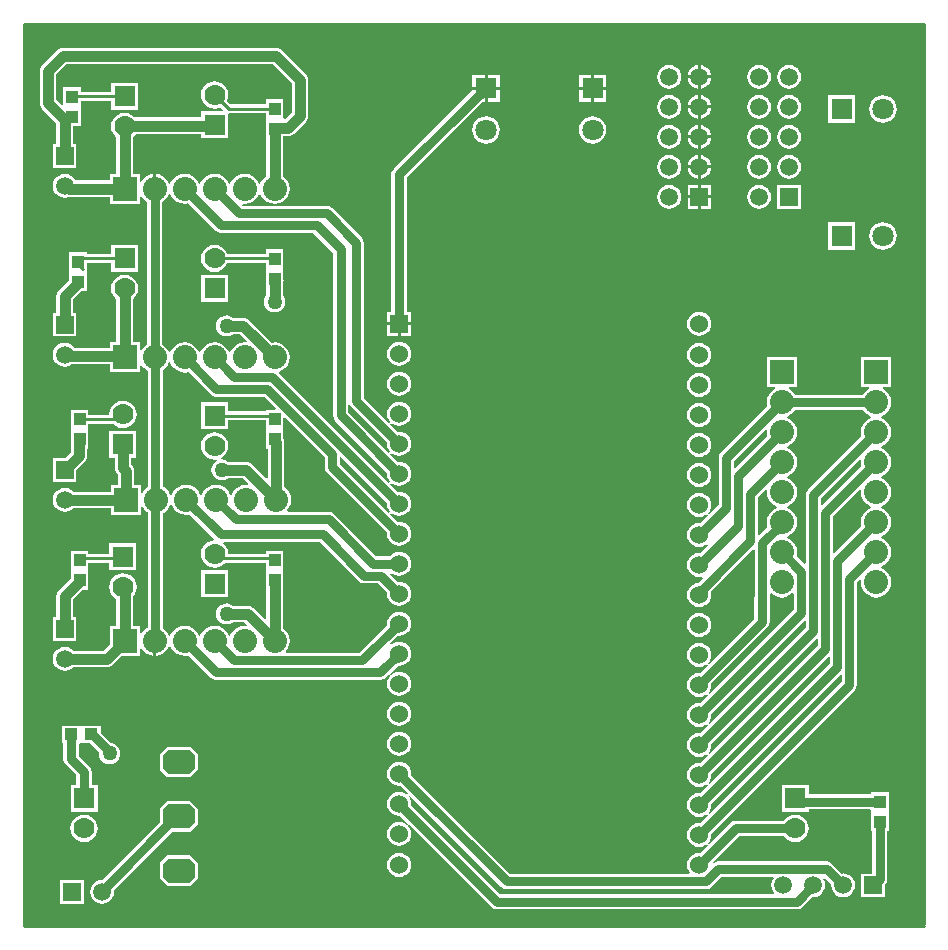
<source format=gtl>
G04*
G04 #@! TF.GenerationSoftware,Altium Limited,Altium Designer,20.2.6 (244)*
G04*
G04 Layer_Physical_Order=1*
G04 Layer_Color=255*
%FSLAX24Y24*%
%MOIN*%
G70*
G04*
G04 #@! TF.SameCoordinates,77C3D9E4-3DCC-4DBA-A965-D733CA2DE3AA*
G04*
G04*
G04 #@! TF.FilePolarity,Positive*
G04*
G01*
G75*
%ADD10C,0.0100*%
%ADD14R,0.0394X0.0433*%
%ADD15R,0.0433X0.0394*%
%ADD33C,0.0300*%
%ADD34C,0.0350*%
%ADD35C,0.0700*%
%ADD36R,0.0700X0.0700*%
%ADD37R,0.0591X0.0591*%
%ADD38C,0.0591*%
%ADD39R,0.0800X0.0800*%
%ADD40C,0.0800*%
%ADD41R,0.0800X0.0800*%
%ADD42R,0.0709X0.0709*%
%ADD43C,0.0709*%
%ADD44R,0.0591X0.0591*%
%ADD45R,0.0709X0.0709*%
G04:AMPARAMS|DCode=46|XSize=106.3mil|YSize=82.7mil|CornerRadius=0mil|HoleSize=0mil|Usage=FLASHONLY|Rotation=0.000|XOffset=0mil|YOffset=0mil|HoleType=Round|Shape=Octagon|*
%AMOCTAGOND46*
4,1,8,0.0531,-0.0207,0.0531,0.0207,0.0325,0.0413,-0.0325,0.0413,-0.0531,0.0207,-0.0531,-0.0207,-0.0325,-0.0413,0.0325,-0.0413,0.0531,-0.0207,0.0*
%
%ADD46OCTAGOND46*%

%ADD47C,0.0600*%
%ADD48R,0.0600X0.0600*%
%ADD49C,0.0500*%
G36*
X40050Y19800D02*
X10050D01*
Y49850D01*
X40050D01*
Y19800D01*
D02*
G37*
%LPC*%
G36*
X32611Y48492D02*
Y48150D01*
X32953D01*
X32946Y48203D01*
X32906Y48299D01*
X32843Y48382D01*
X32760Y48445D01*
X32664Y48485D01*
X32611Y48492D01*
D02*
G37*
G36*
X32511D02*
X32457Y48485D01*
X32361Y48445D01*
X32279Y48382D01*
X32215Y48299D01*
X32176Y48203D01*
X32169Y48150D01*
X32511D01*
Y48492D01*
D02*
G37*
G36*
X29454Y48169D02*
X29050D01*
Y47764D01*
X29454D01*
Y48169D01*
D02*
G37*
G36*
X25904D02*
X25500D01*
Y47764D01*
X25904D01*
Y48169D01*
D02*
G37*
G36*
X28950D02*
X28546D01*
Y47764D01*
X28950D01*
Y48169D01*
D02*
G37*
G36*
X25400D02*
X24996D01*
Y47764D01*
X25400D01*
Y48169D01*
D02*
G37*
G36*
X32953Y48050D02*
X32611D01*
Y47708D01*
X32664Y47715D01*
X32760Y47755D01*
X32843Y47818D01*
X32906Y47901D01*
X32946Y47997D01*
X32953Y48050D01*
D02*
G37*
G36*
X32511D02*
X32169D01*
X32176Y47997D01*
X32215Y47901D01*
X32279Y47818D01*
X32361Y47755D01*
X32457Y47715D01*
X32511Y47708D01*
Y48050D01*
D02*
G37*
G36*
X35550Y48499D02*
X35447Y48485D01*
X35351Y48445D01*
X35268Y48382D01*
X35205Y48299D01*
X35165Y48203D01*
X35151Y48100D01*
X35165Y47997D01*
X35205Y47901D01*
X35268Y47818D01*
X35351Y47755D01*
X35447Y47715D01*
X35550Y47701D01*
X35653Y47715D01*
X35749Y47755D01*
X35832Y47818D01*
X35895Y47901D01*
X35935Y47997D01*
X35949Y48100D01*
X35935Y48203D01*
X35895Y48299D01*
X35832Y48382D01*
X35749Y48445D01*
X35653Y48485D01*
X35550Y48499D01*
D02*
G37*
G36*
X34550D02*
X34447Y48485D01*
X34351Y48445D01*
X34268Y48382D01*
X34205Y48299D01*
X34165Y48203D01*
X34151Y48100D01*
X34165Y47997D01*
X34205Y47901D01*
X34268Y47818D01*
X34351Y47755D01*
X34447Y47715D01*
X34550Y47701D01*
X34653Y47715D01*
X34749Y47755D01*
X34832Y47818D01*
X34895Y47901D01*
X34935Y47997D01*
X34949Y48100D01*
X34935Y48203D01*
X34895Y48299D01*
X34832Y48382D01*
X34749Y48445D01*
X34653Y48485D01*
X34550Y48499D01*
D02*
G37*
G36*
X31561D02*
X31457Y48485D01*
X31361Y48445D01*
X31279Y48382D01*
X31215Y48299D01*
X31176Y48203D01*
X31162Y48100D01*
X31176Y47997D01*
X31215Y47901D01*
X31279Y47818D01*
X31361Y47755D01*
X31457Y47715D01*
X31561Y47701D01*
X31664Y47715D01*
X31760Y47755D01*
X31843Y47818D01*
X31906Y47901D01*
X31946Y47997D01*
X31959Y48100D01*
X31946Y48203D01*
X31906Y48299D01*
X31843Y48382D01*
X31760Y48445D01*
X31664Y48485D01*
X31561Y48499D01*
D02*
G37*
G36*
X29454Y47664D02*
X29050D01*
Y47260D01*
X29454D01*
Y47664D01*
D02*
G37*
G36*
X28950D02*
X28546D01*
Y47260D01*
X28950D01*
Y47664D01*
D02*
G37*
G36*
X25904D02*
X25500D01*
Y47260D01*
X25904D01*
Y47664D01*
D02*
G37*
G36*
X32611Y47492D02*
Y47150D01*
X32953D01*
X32946Y47203D01*
X32906Y47299D01*
X32843Y47382D01*
X32760Y47445D01*
X32664Y47485D01*
X32611Y47492D01*
D02*
G37*
G36*
X32511D02*
X32457Y47485D01*
X32361Y47445D01*
X32279Y47382D01*
X32215Y47299D01*
X32176Y47203D01*
X32169Y47150D01*
X32511D01*
Y47492D01*
D02*
G37*
G36*
X32953Y47050D02*
X32611D01*
Y46708D01*
X32664Y46715D01*
X32760Y46755D01*
X32843Y46818D01*
X32906Y46901D01*
X32946Y46997D01*
X32953Y47050D01*
D02*
G37*
G36*
X32511D02*
X32169D01*
X32176Y46997D01*
X32215Y46901D01*
X32279Y46818D01*
X32361Y46755D01*
X32457Y46715D01*
X32511Y46708D01*
Y47050D01*
D02*
G37*
G36*
X35550Y47499D02*
X35447Y47485D01*
X35351Y47445D01*
X35268Y47382D01*
X35205Y47299D01*
X35165Y47203D01*
X35151Y47100D01*
X35165Y46997D01*
X35205Y46901D01*
X35268Y46818D01*
X35351Y46755D01*
X35447Y46715D01*
X35550Y46701D01*
X35653Y46715D01*
X35749Y46755D01*
X35832Y46818D01*
X35895Y46901D01*
X35935Y46997D01*
X35949Y47100D01*
X35935Y47203D01*
X35895Y47299D01*
X35832Y47382D01*
X35749Y47445D01*
X35653Y47485D01*
X35550Y47499D01*
D02*
G37*
G36*
X34550D02*
X34447Y47485D01*
X34351Y47445D01*
X34268Y47382D01*
X34205Y47299D01*
X34165Y47203D01*
X34151Y47100D01*
X34165Y46997D01*
X34205Y46901D01*
X34268Y46818D01*
X34351Y46755D01*
X34447Y46715D01*
X34550Y46701D01*
X34653Y46715D01*
X34749Y46755D01*
X34832Y46818D01*
X34895Y46901D01*
X34935Y46997D01*
X34949Y47100D01*
X34935Y47203D01*
X34895Y47299D01*
X34832Y47382D01*
X34749Y47445D01*
X34653Y47485D01*
X34550Y47499D01*
D02*
G37*
G36*
X31561D02*
X31457Y47485D01*
X31361Y47445D01*
X31279Y47382D01*
X31215Y47299D01*
X31176Y47203D01*
X31162Y47100D01*
X31176Y46997D01*
X31215Y46901D01*
X31279Y46818D01*
X31361Y46755D01*
X31457Y46715D01*
X31561Y46701D01*
X31664Y46715D01*
X31760Y46755D01*
X31843Y46818D01*
X31906Y46901D01*
X31946Y46997D01*
X31959Y47100D01*
X31946Y47203D01*
X31906Y47299D01*
X31843Y47382D01*
X31760Y47445D01*
X31664Y47485D01*
X31561Y47499D01*
D02*
G37*
G36*
X18450Y49077D02*
X11350D01*
X11278Y49068D01*
X11211Y49040D01*
X11154Y48996D01*
X10654Y48496D01*
X10610Y48439D01*
X10582Y48372D01*
X10573Y48300D01*
Y47218D01*
X10582Y47147D01*
X10610Y47080D01*
X10654Y47022D01*
X11123Y46554D01*
Y45862D01*
X11005D01*
Y45071D01*
X11795D01*
Y45862D01*
X11677D01*
Y46449D01*
X11947D01*
Y47068D01*
X11947Y47082D01*
Y47118D01*
X11947Y47132D01*
Y47297D01*
X12950D01*
Y47000D01*
X13850D01*
Y47900D01*
X12950D01*
Y47603D01*
X11947D01*
Y47751D01*
X11353D01*
Y47178D01*
X11303Y47158D01*
X11127Y47333D01*
Y48185D01*
X11465Y48523D01*
X18335D01*
X18973Y47885D01*
Y46915D01*
X18742Y46684D01*
X18733D01*
X18697Y46718D01*
Y47351D01*
X18103D01*
Y47188D01*
X16929D01*
X16808Y47309D01*
X16838Y47383D01*
X16854Y47500D01*
X16838Y47617D01*
X16793Y47727D01*
X16721Y47821D01*
X16627Y47893D01*
X16517Y47938D01*
X16400Y47954D01*
X16283Y47938D01*
X16173Y47893D01*
X16079Y47821D01*
X16007Y47727D01*
X15962Y47617D01*
X15946Y47500D01*
X15962Y47383D01*
X16007Y47273D01*
X16079Y47179D01*
X16173Y47107D01*
X16283Y47062D01*
X16400Y47046D01*
X16517Y47062D01*
X16591Y47092D01*
X16688Y46996D01*
X16668Y46950D01*
X15950D01*
Y46752D01*
X13735D01*
X13721Y46771D01*
X13627Y46843D01*
X13517Y46888D01*
X13400Y46904D01*
X13283Y46888D01*
X13173Y46843D01*
X13079Y46771D01*
X13007Y46677D01*
X12962Y46567D01*
X12946Y46450D01*
X12962Y46333D01*
X13007Y46223D01*
X13079Y46129D01*
X13123Y46096D01*
Y44874D01*
X12900D01*
Y44652D01*
X11751D01*
X11745Y44666D01*
X11682Y44749D01*
X11599Y44812D01*
X11503Y44852D01*
X11400Y44865D01*
X11297Y44852D01*
X11201Y44812D01*
X11118Y44749D01*
X11055Y44666D01*
X11015Y44570D01*
X11001Y44467D01*
X11015Y44364D01*
X11055Y44267D01*
X11118Y44185D01*
X11201Y44121D01*
X11297Y44082D01*
X11400Y44068D01*
X11503Y44082D01*
X11544Y44099D01*
X11558Y44097D01*
X12900D01*
Y43874D01*
X13900D01*
Y44144D01*
X13950Y44154D01*
X13963Y44122D01*
X14043Y44018D01*
X14145Y43940D01*
Y39185D01*
X14043Y39107D01*
X13963Y39002D01*
X13950Y38970D01*
X13900Y38980D01*
Y39250D01*
X13677D01*
Y40696D01*
X13721Y40729D01*
X13793Y40823D01*
X13838Y40933D01*
X13854Y41050D01*
X13838Y41167D01*
X13793Y41277D01*
X13721Y41371D01*
X13627Y41443D01*
X13517Y41488D01*
X13400Y41504D01*
X13283Y41488D01*
X13173Y41443D01*
X13079Y41371D01*
X13007Y41277D01*
X12962Y41167D01*
X12946Y41050D01*
X12962Y40933D01*
X13007Y40823D01*
X13079Y40729D01*
X13123Y40696D01*
Y39250D01*
X12900D01*
Y39074D01*
X11721D01*
X11682Y39124D01*
X11599Y39188D01*
X11503Y39228D01*
X11400Y39241D01*
X11297Y39228D01*
X11201Y39188D01*
X11118Y39124D01*
X11055Y39042D01*
X11015Y38946D01*
X11001Y38842D01*
X11015Y38739D01*
X11055Y38643D01*
X11118Y38560D01*
X11201Y38497D01*
X11297Y38457D01*
X11400Y38444D01*
X11503Y38457D01*
X11599Y38497D01*
X11628Y38519D01*
X12900D01*
Y38250D01*
X13900D01*
Y38520D01*
X13950Y38530D01*
X13963Y38498D01*
X14043Y38393D01*
X14148Y38313D01*
X14170Y38304D01*
Y34415D01*
X14093Y34357D01*
X14013Y34252D01*
X14000Y34220D01*
X13950Y34230D01*
Y34500D01*
X13727D01*
Y34963D01*
X13718Y35035D01*
X13690Y35102D01*
X13646Y35159D01*
X13622Y35183D01*
Y35400D01*
X13795D01*
Y36300D01*
X12895D01*
Y35400D01*
X13068D01*
Y35068D01*
X13077Y34996D01*
X13105Y34929D01*
X13149Y34872D01*
X13173Y34848D01*
Y34500D01*
X12950D01*
Y34277D01*
X11685D01*
X11682Y34282D01*
X11599Y34345D01*
X11503Y34385D01*
X11400Y34399D01*
X11297Y34385D01*
X11201Y34345D01*
X11118Y34282D01*
X11055Y34199D01*
X11015Y34103D01*
X11001Y34000D01*
X11015Y33897D01*
X11055Y33801D01*
X11118Y33718D01*
X11201Y33655D01*
X11297Y33615D01*
X11400Y33601D01*
X11503Y33615D01*
X11599Y33655D01*
X11682Y33718D01*
X11685Y33723D01*
X12950D01*
Y33500D01*
X13950D01*
Y33770D01*
X14000Y33780D01*
X14013Y33748D01*
X14093Y33643D01*
X14170Y33585D01*
Y29746D01*
X14148Y29737D01*
X14043Y29657D01*
X13963Y29552D01*
X13950Y29520D01*
X13900Y29530D01*
Y29800D01*
X13677D01*
Y30791D01*
X13738Y30870D01*
X13783Y30979D01*
X13799Y31097D01*
X13783Y31214D01*
X13738Y31324D01*
X13666Y31418D01*
X13572Y31490D01*
X13462Y31535D01*
X13345Y31551D01*
X13227Y31535D01*
X13118Y31490D01*
X13024Y31418D01*
X12952Y31324D01*
X12906Y31214D01*
X12891Y31097D01*
X12906Y30979D01*
X12952Y30870D01*
X13024Y30776D01*
X13118Y30704D01*
X13123Y30702D01*
Y29800D01*
X12900D01*
Y29192D01*
X12685Y28977D01*
X11685D01*
X11682Y28982D01*
X11599Y29045D01*
X11503Y29085D01*
X11400Y29099D01*
X11297Y29085D01*
X11201Y29045D01*
X11118Y28982D01*
X11055Y28899D01*
X11015Y28803D01*
X11001Y28700D01*
X11015Y28597D01*
X11055Y28501D01*
X11118Y28418D01*
X11201Y28355D01*
X11297Y28315D01*
X11400Y28301D01*
X11503Y28315D01*
X11599Y28355D01*
X11682Y28418D01*
X11685Y28423D01*
X12800D01*
X12872Y28432D01*
X12939Y28460D01*
X12996Y28504D01*
X13292Y28800D01*
X13900D01*
Y29070D01*
X13950Y29080D01*
X13963Y29048D01*
X14043Y28943D01*
X14148Y28863D01*
X14269Y28813D01*
X14350Y28802D01*
Y29300D01*
X14450D01*
Y28802D01*
X14531Y28813D01*
X14652Y28863D01*
X14757Y28943D01*
X14837Y29048D01*
X14873Y29135D01*
X14927D01*
X14963Y29048D01*
X15043Y28943D01*
X15148Y28863D01*
X15269Y28813D01*
X15400Y28796D01*
X15527Y28812D01*
X16270Y28070D01*
X16352Y28015D01*
X16450Y27995D01*
X21930D01*
X22028Y28015D01*
X22110Y28070D01*
X22221Y28181D01*
X22259Y28148D01*
X22241Y28125D01*
X22201Y28072D01*
X22160Y27974D01*
X22147Y27870D01*
X22160Y27766D01*
X22201Y27668D01*
X22265Y27585D01*
X22348Y27521D01*
X22446Y27480D01*
X22550Y27467D01*
X22654Y27480D01*
X22752Y27521D01*
X22835Y27585D01*
X22899Y27668D01*
X22940Y27766D01*
X22953Y27870D01*
X22940Y27974D01*
X22899Y28072D01*
X22835Y28155D01*
X22752Y28219D01*
X22654Y28260D01*
X22550Y28273D01*
X22446Y28260D01*
X22348Y28219D01*
X22295Y28179D01*
X22272Y28161D01*
X22239Y28199D01*
X22512Y28472D01*
X22550Y28467D01*
X22654Y28480D01*
X22752Y28521D01*
X22835Y28585D01*
X22899Y28668D01*
X22940Y28766D01*
X22953Y28870D01*
X22940Y28974D01*
X22899Y29072D01*
X22835Y29155D01*
X22752Y29219D01*
X22654Y29260D01*
X22550Y29273D01*
X22446Y29260D01*
X22348Y29219D01*
X22304Y29186D01*
X22275Y29196D01*
X22256Y29212D01*
X22257Y29216D01*
X22512Y29472D01*
X22550Y29467D01*
X22654Y29480D01*
X22752Y29521D01*
X22835Y29585D01*
X22899Y29668D01*
X22940Y29766D01*
X22953Y29870D01*
X22940Y29974D01*
X22899Y30072D01*
X22835Y30155D01*
X22752Y30219D01*
X22654Y30260D01*
X22550Y30273D01*
X22446Y30260D01*
X22348Y30219D01*
X22265Y30155D01*
X22201Y30072D01*
X22160Y29974D01*
X22147Y29870D01*
X22152Y29832D01*
X21224Y28905D01*
X18782D01*
X18765Y28955D01*
X18837Y29048D01*
X18887Y29169D01*
X18904Y29300D01*
X18887Y29431D01*
X18837Y29552D01*
X18757Y29657D01*
X18677Y29717D01*
Y30999D01*
X18697D01*
Y31632D01*
X18697D01*
Y31668D01*
X18697D01*
Y32301D01*
X18103D01*
Y32203D01*
X16853D01*
X16838Y32317D01*
X16793Y32427D01*
X16721Y32521D01*
X16689Y32545D01*
X16706Y32595D01*
X19894D01*
X21200Y31290D01*
X21282Y31235D01*
X21380Y31215D01*
X21844D01*
X22152Y30908D01*
X22147Y30870D01*
X22160Y30766D01*
X22201Y30668D01*
X22265Y30585D01*
X22348Y30521D01*
X22446Y30480D01*
X22550Y30467D01*
X22654Y30480D01*
X22752Y30521D01*
X22835Y30585D01*
X22899Y30668D01*
X22940Y30766D01*
X22953Y30870D01*
X22940Y30974D01*
X22899Y31072D01*
X22835Y31155D01*
X22752Y31219D01*
X22654Y31260D01*
X22550Y31273D01*
X22512Y31268D01*
X22239Y31541D01*
X22272Y31579D01*
X22348Y31521D01*
X22446Y31480D01*
X22550Y31467D01*
X22654Y31480D01*
X22752Y31521D01*
X22835Y31585D01*
X22899Y31668D01*
X22940Y31766D01*
X22953Y31870D01*
X22940Y31974D01*
X22899Y32072D01*
X22835Y32155D01*
X22752Y32219D01*
X22654Y32260D01*
X22550Y32273D01*
X22446Y32260D01*
X22348Y32219D01*
X22265Y32155D01*
X22241Y32125D01*
X21786D01*
X20380Y33530D01*
X20298Y33586D01*
X20200Y33605D01*
X18832D01*
X18815Y33655D01*
X18887Y33748D01*
X18937Y33869D01*
X18954Y34000D01*
X18937Y34131D01*
X18887Y34252D01*
X18807Y34357D01*
X18727Y34417D01*
Y35946D01*
X18718Y36017D01*
X18697Y36068D01*
Y36332D01*
X18697D01*
Y36368D01*
X18697D01*
Y36729D01*
X18743Y36748D01*
X20067Y35424D01*
Y35098D01*
X20087Y35000D01*
X20142Y34918D01*
X22152Y32908D01*
X22147Y32870D01*
X22160Y32766D01*
X22201Y32668D01*
X22265Y32585D01*
X22348Y32521D01*
X22446Y32480D01*
X22550Y32467D01*
X22654Y32480D01*
X22752Y32521D01*
X22835Y32585D01*
X22899Y32668D01*
X22940Y32766D01*
X22953Y32870D01*
X22940Y32974D01*
X22899Y33072D01*
X22835Y33155D01*
X22752Y33219D01*
X22654Y33260D01*
X22550Y33273D01*
X22512Y33268D01*
X22257Y33524D01*
X22256Y33528D01*
X22275Y33544D01*
X22304Y33554D01*
X22348Y33521D01*
X22446Y33480D01*
X22550Y33467D01*
X22654Y33480D01*
X22752Y33521D01*
X22835Y33585D01*
X22899Y33668D01*
X22940Y33766D01*
X22953Y33870D01*
X22940Y33974D01*
X22899Y34072D01*
X22835Y34155D01*
X22752Y34219D01*
X22654Y34260D01*
X22550Y34273D01*
X22512Y34268D01*
X22257Y34524D01*
X22256Y34528D01*
X22275Y34544D01*
X22304Y34554D01*
X22348Y34521D01*
X22446Y34480D01*
X22550Y34467D01*
X22654Y34480D01*
X22752Y34521D01*
X22835Y34585D01*
X22899Y34668D01*
X22940Y34766D01*
X22953Y34870D01*
X22940Y34974D01*
X22899Y35072D01*
X22835Y35155D01*
X22752Y35219D01*
X22654Y35260D01*
X22550Y35273D01*
X22512Y35268D01*
X22257Y35524D01*
X22256Y35528D01*
X22275Y35544D01*
X22304Y35554D01*
X22348Y35521D01*
X22446Y35480D01*
X22550Y35467D01*
X22654Y35480D01*
X22752Y35521D01*
X22835Y35585D01*
X22899Y35668D01*
X22940Y35766D01*
X22953Y35870D01*
X22940Y35974D01*
X22899Y36072D01*
X22835Y36155D01*
X22752Y36219D01*
X22654Y36260D01*
X22550Y36273D01*
X22512Y36268D01*
X22239Y36541D01*
X22272Y36579D01*
X22295Y36561D01*
X22348Y36521D01*
X22446Y36480D01*
X22550Y36467D01*
X22654Y36480D01*
X22752Y36521D01*
X22835Y36585D01*
X22899Y36668D01*
X22940Y36766D01*
X22953Y36870D01*
X22940Y36974D01*
X22899Y37072D01*
X22835Y37155D01*
X22752Y37219D01*
X22654Y37260D01*
X22550Y37273D01*
X22446Y37260D01*
X22348Y37219D01*
X22265Y37155D01*
X22201Y37072D01*
X22160Y36974D01*
X22147Y36870D01*
X22160Y36766D01*
X22201Y36668D01*
X22241Y36615D01*
X22259Y36592D01*
X22221Y36559D01*
X21380Y37401D01*
Y42575D01*
X21360Y42673D01*
X21305Y42755D01*
X20330Y43730D01*
X20248Y43786D01*
X20150Y43805D01*
X17341D01*
X17322Y43830D01*
X17349Y43877D01*
X17400Y43870D01*
X17531Y43887D01*
X17652Y43938D01*
X17757Y44018D01*
X17837Y44122D01*
X17873Y44210D01*
X17927D01*
X17963Y44122D01*
X18043Y44018D01*
X18148Y43938D01*
X18269Y43887D01*
X18400Y43870D01*
X18531Y43887D01*
X18652Y43938D01*
X18757Y44018D01*
X18837Y44122D01*
X18887Y44244D01*
X18904Y44374D01*
X18887Y44505D01*
X18837Y44626D01*
X18757Y44731D01*
X18677Y44792D01*
Y46049D01*
X18697D01*
Y46130D01*
X18857D01*
X18929Y46139D01*
X18996Y46167D01*
X19053Y46211D01*
X19446Y46604D01*
X19490Y46661D01*
X19518Y46728D01*
X19527Y46800D01*
Y48000D01*
X19518Y48072D01*
X19490Y48139D01*
X19446Y48196D01*
X18646Y48996D01*
X18589Y49040D01*
X18522Y49068D01*
X18450Y49077D01*
D02*
G37*
G36*
X37754Y47480D02*
X36846D01*
Y46571D01*
X37754D01*
Y47480D01*
D02*
G37*
G36*
X38678Y47483D02*
X38559Y47468D01*
X38449Y47422D01*
X38354Y47349D01*
X38281Y47254D01*
X38235Y47144D01*
X38220Y47025D01*
X38235Y46907D01*
X38281Y46796D01*
X38354Y46701D01*
X38449Y46628D01*
X38559Y46583D01*
X38678Y46567D01*
X38797Y46583D01*
X38907Y46628D01*
X39002Y46701D01*
X39075Y46796D01*
X39121Y46907D01*
X39136Y47025D01*
X39121Y47144D01*
X39075Y47254D01*
X39002Y47349D01*
X38907Y47422D01*
X38797Y47468D01*
X38678Y47483D01*
D02*
G37*
G36*
X32611Y46492D02*
Y46150D01*
X32953D01*
X32946Y46203D01*
X32906Y46299D01*
X32843Y46382D01*
X32760Y46445D01*
X32664Y46485D01*
X32611Y46492D01*
D02*
G37*
G36*
X32511D02*
X32457Y46485D01*
X32361Y46445D01*
X32279Y46382D01*
X32215Y46299D01*
X32176Y46203D01*
X32169Y46150D01*
X32511D01*
Y46492D01*
D02*
G37*
G36*
X29000Y46794D02*
X28881Y46779D01*
X28771Y46733D01*
X28676Y46660D01*
X28603Y46565D01*
X28557Y46455D01*
X28542Y46336D01*
X28557Y46218D01*
X28603Y46107D01*
X28676Y46012D01*
X28771Y45939D01*
X28881Y45894D01*
X29000Y45878D01*
X29119Y45894D01*
X29229Y45939D01*
X29324Y46012D01*
X29397Y46107D01*
X29443Y46218D01*
X29458Y46336D01*
X29443Y46455D01*
X29397Y46565D01*
X29324Y46660D01*
X29229Y46733D01*
X29119Y46779D01*
X29000Y46794D01*
D02*
G37*
G36*
X25450D02*
X25331Y46779D01*
X25221Y46733D01*
X25126Y46660D01*
X25053Y46565D01*
X25007Y46455D01*
X24992Y46336D01*
X25007Y46218D01*
X25053Y46107D01*
X25126Y46012D01*
X25221Y45939D01*
X25331Y45894D01*
X25450Y45878D01*
X25569Y45894D01*
X25679Y45939D01*
X25774Y46012D01*
X25847Y46107D01*
X25893Y46218D01*
X25908Y46336D01*
X25893Y46455D01*
X25847Y46565D01*
X25774Y46660D01*
X25679Y46733D01*
X25569Y46779D01*
X25450Y46794D01*
D02*
G37*
G36*
X32953Y46050D02*
X32611D01*
Y45708D01*
X32664Y45715D01*
X32760Y45755D01*
X32843Y45818D01*
X32906Y45901D01*
X32946Y45997D01*
X32953Y46050D01*
D02*
G37*
G36*
X32511D02*
X32169D01*
X32176Y45997D01*
X32215Y45901D01*
X32279Y45818D01*
X32361Y45755D01*
X32457Y45715D01*
X32511Y45708D01*
Y46050D01*
D02*
G37*
G36*
X35550Y46499D02*
X35447Y46485D01*
X35351Y46445D01*
X35268Y46382D01*
X35205Y46299D01*
X35165Y46203D01*
X35151Y46100D01*
X35165Y45997D01*
X35205Y45901D01*
X35268Y45818D01*
X35351Y45755D01*
X35447Y45715D01*
X35550Y45701D01*
X35653Y45715D01*
X35749Y45755D01*
X35832Y45818D01*
X35895Y45901D01*
X35935Y45997D01*
X35949Y46100D01*
X35935Y46203D01*
X35895Y46299D01*
X35832Y46382D01*
X35749Y46445D01*
X35653Y46485D01*
X35550Y46499D01*
D02*
G37*
G36*
X34550D02*
X34447Y46485D01*
X34351Y46445D01*
X34268Y46382D01*
X34205Y46299D01*
X34165Y46203D01*
X34151Y46100D01*
X34165Y45997D01*
X34205Y45901D01*
X34268Y45818D01*
X34351Y45755D01*
X34447Y45715D01*
X34550Y45701D01*
X34653Y45715D01*
X34749Y45755D01*
X34832Y45818D01*
X34895Y45901D01*
X34935Y45997D01*
X34949Y46100D01*
X34935Y46203D01*
X34895Y46299D01*
X34832Y46382D01*
X34749Y46445D01*
X34653Y46485D01*
X34550Y46499D01*
D02*
G37*
G36*
X31561D02*
X31457Y46485D01*
X31361Y46445D01*
X31279Y46382D01*
X31215Y46299D01*
X31176Y46203D01*
X31162Y46100D01*
X31176Y45997D01*
X31215Y45901D01*
X31279Y45818D01*
X31361Y45755D01*
X31457Y45715D01*
X31561Y45701D01*
X31664Y45715D01*
X31760Y45755D01*
X31843Y45818D01*
X31906Y45901D01*
X31946Y45997D01*
X31959Y46100D01*
X31946Y46203D01*
X31906Y46299D01*
X31843Y46382D01*
X31760Y46445D01*
X31664Y46485D01*
X31561Y46499D01*
D02*
G37*
G36*
X32611Y45492D02*
Y45150D01*
X32953D01*
X32946Y45203D01*
X32906Y45299D01*
X32843Y45382D01*
X32760Y45445D01*
X32664Y45485D01*
X32611Y45492D01*
D02*
G37*
G36*
X32511D02*
X32457Y45485D01*
X32361Y45445D01*
X32279Y45382D01*
X32215Y45299D01*
X32176Y45203D01*
X32169Y45150D01*
X32511D01*
Y45492D01*
D02*
G37*
G36*
X32953Y45050D02*
X32611D01*
Y44708D01*
X32664Y44715D01*
X32760Y44755D01*
X32843Y44818D01*
X32906Y44901D01*
X32946Y44997D01*
X32953Y45050D01*
D02*
G37*
G36*
X32511D02*
X32169D01*
X32176Y44997D01*
X32215Y44901D01*
X32279Y44818D01*
X32361Y44755D01*
X32457Y44715D01*
X32511Y44708D01*
Y45050D01*
D02*
G37*
G36*
X35550Y45499D02*
X35447Y45485D01*
X35351Y45445D01*
X35268Y45382D01*
X35205Y45299D01*
X35165Y45203D01*
X35151Y45100D01*
X35165Y44997D01*
X35205Y44901D01*
X35268Y44818D01*
X35351Y44755D01*
X35447Y44715D01*
X35550Y44701D01*
X35653Y44715D01*
X35749Y44755D01*
X35832Y44818D01*
X35895Y44901D01*
X35935Y44997D01*
X35949Y45100D01*
X35935Y45203D01*
X35895Y45299D01*
X35832Y45382D01*
X35749Y45445D01*
X35653Y45485D01*
X35550Y45499D01*
D02*
G37*
G36*
X34550D02*
X34447Y45485D01*
X34351Y45445D01*
X34268Y45382D01*
X34205Y45299D01*
X34165Y45203D01*
X34151Y45100D01*
X34165Y44997D01*
X34205Y44901D01*
X34268Y44818D01*
X34351Y44755D01*
X34447Y44715D01*
X34550Y44701D01*
X34653Y44715D01*
X34749Y44755D01*
X34832Y44818D01*
X34895Y44901D01*
X34935Y44997D01*
X34949Y45100D01*
X34935Y45203D01*
X34895Y45299D01*
X34832Y45382D01*
X34749Y45445D01*
X34653Y45485D01*
X34550Y45499D01*
D02*
G37*
G36*
X31561D02*
X31457Y45485D01*
X31361Y45445D01*
X31279Y45382D01*
X31215Y45299D01*
X31176Y45203D01*
X31162Y45100D01*
X31176Y44997D01*
X31215Y44901D01*
X31279Y44818D01*
X31361Y44755D01*
X31457Y44715D01*
X31561Y44701D01*
X31664Y44715D01*
X31760Y44755D01*
X31843Y44818D01*
X31906Y44901D01*
X31946Y44997D01*
X31959Y45100D01*
X31946Y45203D01*
X31906Y45299D01*
X31843Y45382D01*
X31760Y45445D01*
X31664Y45485D01*
X31561Y45499D01*
D02*
G37*
G36*
X32956Y44495D02*
X32611D01*
Y44150D01*
X32956D01*
Y44495D01*
D02*
G37*
G36*
X32511D02*
X32165D01*
Y44150D01*
X32511D01*
Y44495D01*
D02*
G37*
G36*
X35945D02*
X35155D01*
Y43705D01*
X35945D01*
Y44495D01*
D02*
G37*
G36*
X32956Y44050D02*
X32611D01*
Y43705D01*
X32956D01*
Y44050D01*
D02*
G37*
G36*
X32511D02*
X32165D01*
Y43705D01*
X32511D01*
Y44050D01*
D02*
G37*
G36*
X34550Y44499D02*
X34447Y44485D01*
X34351Y44445D01*
X34268Y44382D01*
X34205Y44299D01*
X34165Y44203D01*
X34151Y44100D01*
X34165Y43997D01*
X34205Y43901D01*
X34268Y43818D01*
X34351Y43755D01*
X34447Y43715D01*
X34550Y43701D01*
X34653Y43715D01*
X34749Y43755D01*
X34832Y43818D01*
X34895Y43901D01*
X34935Y43997D01*
X34949Y44100D01*
X34935Y44203D01*
X34895Y44299D01*
X34832Y44382D01*
X34749Y44445D01*
X34653Y44485D01*
X34550Y44499D01*
D02*
G37*
G36*
X31561D02*
X31457Y44485D01*
X31361Y44445D01*
X31279Y44382D01*
X31215Y44299D01*
X31176Y44203D01*
X31162Y44100D01*
X31176Y43997D01*
X31215Y43901D01*
X31279Y43818D01*
X31361Y43755D01*
X31457Y43715D01*
X31561Y43701D01*
X31664Y43715D01*
X31760Y43755D01*
X31843Y43818D01*
X31906Y43901D01*
X31946Y43997D01*
X31959Y44100D01*
X31946Y44203D01*
X31906Y44299D01*
X31843Y44382D01*
X31760Y44445D01*
X31664Y44485D01*
X31561Y44499D01*
D02*
G37*
G36*
X37754Y43254D02*
X36846D01*
Y42346D01*
X37754D01*
Y43254D01*
D02*
G37*
G36*
X38678Y43258D02*
X38559Y43243D01*
X38449Y43197D01*
X38354Y43124D01*
X38281Y43029D01*
X38235Y42919D01*
X38220Y42800D01*
X38235Y42681D01*
X38281Y42571D01*
X38354Y42476D01*
X38449Y42403D01*
X38559Y42357D01*
X38678Y42342D01*
X38797Y42357D01*
X38907Y42403D01*
X39002Y42476D01*
X39075Y42571D01*
X39121Y42681D01*
X39136Y42800D01*
X39121Y42919D01*
X39075Y43029D01*
X39002Y43124D01*
X38907Y43197D01*
X38797Y43243D01*
X38678Y43258D01*
D02*
G37*
G36*
X13850Y42500D02*
X12950D01*
Y42203D01*
X12147D01*
Y42251D01*
X11553D01*
Y41632D01*
X11553Y41618D01*
X11553D01*
Y41582D01*
X11553D01*
Y41341D01*
X11204Y40992D01*
X11160Y40934D01*
X11132Y40867D01*
X11123Y40796D01*
Y40238D01*
X11005D01*
Y39447D01*
X11795D01*
Y40238D01*
X11677D01*
Y40681D01*
X11945Y40949D01*
X12147D01*
Y41582D01*
X12147D01*
X12147Y41618D01*
X12150Y41667D01*
X12153Y41683D01*
Y41702D01*
X12147Y41732D01*
Y41897D01*
X12950D01*
Y41600D01*
X13850D01*
Y42500D01*
D02*
G37*
G36*
X25400Y47664D02*
X24994D01*
X22370Y45040D01*
X22315Y44957D01*
X22295Y44859D01*
Y40270D01*
X22150D01*
Y39920D01*
X22950D01*
Y40270D01*
X22805D01*
Y44754D01*
X25311Y47260D01*
X25400D01*
Y47664D01*
D02*
G37*
G36*
X22950Y39820D02*
X22600D01*
Y39470D01*
X22950D01*
Y39820D01*
D02*
G37*
G36*
X22500D02*
X22150D01*
Y39470D01*
X22500D01*
Y39820D01*
D02*
G37*
G36*
X32550Y40273D02*
X32446Y40260D01*
X32348Y40219D01*
X32265Y40155D01*
X32201Y40072D01*
X32160Y39974D01*
X32147Y39870D01*
X32160Y39766D01*
X32201Y39668D01*
X32265Y39585D01*
X32348Y39521D01*
X32446Y39480D01*
X32550Y39467D01*
X32654Y39480D01*
X32752Y39521D01*
X32835Y39585D01*
X32899Y39668D01*
X32940Y39766D01*
X32953Y39870D01*
X32940Y39974D01*
X32899Y40072D01*
X32835Y40155D01*
X32752Y40219D01*
X32654Y40260D01*
X32550Y40273D01*
D02*
G37*
G36*
X22550Y39273D02*
X22446Y39260D01*
X22348Y39219D01*
X22265Y39155D01*
X22201Y39072D01*
X22160Y38974D01*
X22147Y38870D01*
X22160Y38766D01*
X22201Y38668D01*
X22265Y38585D01*
X22348Y38521D01*
X22446Y38480D01*
X22550Y38467D01*
X22654Y38480D01*
X22752Y38521D01*
X22835Y38585D01*
X22899Y38668D01*
X22940Y38766D01*
X22953Y38870D01*
X22940Y38974D01*
X22899Y39072D01*
X22835Y39155D01*
X22752Y39219D01*
X22654Y39260D01*
X22550Y39273D01*
D02*
G37*
G36*
X32550Y39233D02*
X32446Y39220D01*
X32348Y39179D01*
X32265Y39115D01*
X32201Y39032D01*
X32160Y38934D01*
X32147Y38830D01*
X32160Y38726D01*
X32201Y38628D01*
X32265Y38545D01*
X32348Y38481D01*
X32446Y38440D01*
X32550Y38427D01*
X32654Y38440D01*
X32752Y38481D01*
X32835Y38545D01*
X32899Y38628D01*
X32940Y38726D01*
X32953Y38830D01*
X32940Y38934D01*
X32899Y39032D01*
X32835Y39115D01*
X32752Y39179D01*
X32654Y39220D01*
X32550Y39233D01*
D02*
G37*
G36*
X38950Y38750D02*
X37950D01*
Y37750D01*
X38220D01*
X38230Y37700D01*
X38198Y37687D01*
X38093Y37607D01*
X38015Y37505D01*
X35745D01*
X35667Y37607D01*
X35563Y37687D01*
X35531Y37700D01*
X35541Y37750D01*
X35811D01*
Y38750D01*
X34811D01*
Y37750D01*
X35081D01*
X35090Y37700D01*
X35058Y37687D01*
X34954Y37607D01*
X34874Y37502D01*
X34824Y37381D01*
X34806Y37250D01*
X34823Y37123D01*
X33282Y35582D01*
X33227Y35499D01*
X33207Y35401D01*
Y33848D01*
X32879Y33519D01*
X32841Y33552D01*
X32859Y33575D01*
X32899Y33628D01*
X32940Y33726D01*
X32953Y33830D01*
X32940Y33934D01*
X32899Y34032D01*
X32835Y34115D01*
X32752Y34179D01*
X32654Y34220D01*
X32550Y34233D01*
X32446Y34220D01*
X32348Y34179D01*
X32265Y34115D01*
X32201Y34032D01*
X32160Y33934D01*
X32147Y33830D01*
X32160Y33726D01*
X32201Y33628D01*
X32265Y33545D01*
X32348Y33481D01*
X32446Y33440D01*
X32550Y33427D01*
X32654Y33440D01*
X32752Y33481D01*
X32805Y33521D01*
X32828Y33539D01*
X32861Y33501D01*
X32588Y33228D01*
X32550Y33233D01*
X32446Y33220D01*
X32348Y33179D01*
X32265Y33115D01*
X32201Y33032D01*
X32160Y32934D01*
X32147Y32830D01*
X32160Y32726D01*
X32201Y32628D01*
X32265Y32545D01*
X32348Y32481D01*
X32446Y32440D01*
X32550Y32427D01*
X32654Y32440D01*
X32752Y32481D01*
X32796Y32514D01*
X32825Y32504D01*
X32844Y32488D01*
X32843Y32484D01*
X32588Y32228D01*
X32550Y32233D01*
X32446Y32220D01*
X32348Y32179D01*
X32265Y32115D01*
X32201Y32032D01*
X32160Y31934D01*
X32147Y31830D01*
X32160Y31726D01*
X32201Y31628D01*
X32265Y31545D01*
X32348Y31481D01*
X32446Y31440D01*
X32550Y31427D01*
X32647Y31439D01*
X32661Y31423D01*
X32672Y31394D01*
X32506Y31228D01*
X32446Y31220D01*
X32348Y31179D01*
X32265Y31115D01*
X32201Y31032D01*
X32160Y30934D01*
X32147Y30830D01*
X32160Y30726D01*
X32201Y30628D01*
X32265Y30545D01*
X32348Y30481D01*
X32446Y30440D01*
X32550Y30427D01*
X32654Y30440D01*
X32752Y30481D01*
X32835Y30545D01*
X32899Y30628D01*
X32940Y30726D01*
X32953Y30830D01*
X32940Y30934D01*
X32938Y30939D01*
X34360Y32360D01*
X34406Y32341D01*
Y30803D01*
X34395Y30750D01*
Y30036D01*
X32879Y28519D01*
X32841Y28552D01*
X32859Y28575D01*
X32899Y28628D01*
X32940Y28726D01*
X32953Y28830D01*
X32940Y28934D01*
X32899Y29032D01*
X32835Y29115D01*
X32752Y29179D01*
X32654Y29220D01*
X32550Y29233D01*
X32446Y29220D01*
X32348Y29179D01*
X32265Y29115D01*
X32201Y29032D01*
X32160Y28934D01*
X32147Y28830D01*
X32160Y28726D01*
X32201Y28628D01*
X32265Y28545D01*
X32348Y28481D01*
X32446Y28440D01*
X32550Y28427D01*
X32654Y28440D01*
X32752Y28481D01*
X32805Y28521D01*
X32828Y28539D01*
X32861Y28501D01*
X32588Y28228D01*
X32550Y28233D01*
X32446Y28220D01*
X32348Y28179D01*
X32265Y28115D01*
X32201Y28032D01*
X32160Y27934D01*
X32147Y27830D01*
X32160Y27726D01*
X32201Y27628D01*
X32265Y27545D01*
X32348Y27481D01*
X32446Y27440D01*
X32550Y27427D01*
X32654Y27440D01*
X32752Y27481D01*
X32796Y27514D01*
X32825Y27504D01*
X32844Y27488D01*
X32843Y27484D01*
X32588Y27228D01*
X32550Y27233D01*
X32446Y27220D01*
X32348Y27179D01*
X32265Y27115D01*
X32201Y27032D01*
X32160Y26934D01*
X32147Y26830D01*
X32160Y26726D01*
X32201Y26628D01*
X32265Y26545D01*
X32348Y26481D01*
X32446Y26440D01*
X32550Y26427D01*
X32654Y26440D01*
X32752Y26481D01*
X32796Y26514D01*
X32825Y26504D01*
X32844Y26488D01*
X32843Y26484D01*
X32588Y26228D01*
X32550Y26233D01*
X32446Y26220D01*
X32348Y26179D01*
X32265Y26115D01*
X32201Y26032D01*
X32160Y25934D01*
X32147Y25830D01*
X32160Y25726D01*
X32201Y25628D01*
X32265Y25545D01*
X32348Y25481D01*
X32446Y25440D01*
X32550Y25427D01*
X32654Y25440D01*
X32752Y25481D01*
X32796Y25514D01*
X32825Y25504D01*
X32844Y25488D01*
X32843Y25484D01*
X32588Y25228D01*
X32550Y25233D01*
X32446Y25220D01*
X32348Y25179D01*
X32265Y25115D01*
X32201Y25032D01*
X32160Y24934D01*
X32147Y24830D01*
X32160Y24726D01*
X32201Y24628D01*
X32265Y24545D01*
X32348Y24481D01*
X32446Y24440D01*
X32550Y24427D01*
X32654Y24440D01*
X32752Y24481D01*
X32796Y24514D01*
X32825Y24504D01*
X32844Y24488D01*
X32843Y24484D01*
X32588Y24228D01*
X32550Y24233D01*
X32446Y24220D01*
X32348Y24179D01*
X32265Y24115D01*
X32201Y24032D01*
X32160Y23934D01*
X32147Y23830D01*
X32160Y23726D01*
X32201Y23628D01*
X32265Y23545D01*
X32348Y23481D01*
X32446Y23440D01*
X32550Y23427D01*
X32654Y23440D01*
X32752Y23481D01*
X32796Y23514D01*
X32825Y23504D01*
X32844Y23488D01*
X32843Y23484D01*
X32588Y23228D01*
X32550Y23233D01*
X32446Y23220D01*
X32348Y23179D01*
X32265Y23115D01*
X32201Y23032D01*
X32160Y22934D01*
X32147Y22830D01*
X32160Y22726D01*
X32201Y22628D01*
X32265Y22545D01*
X32348Y22481D01*
X32446Y22440D01*
X32550Y22427D01*
X32654Y22440D01*
X32752Y22481D01*
X32805Y22521D01*
X32828Y22539D01*
X32861Y22501D01*
X32588Y22228D01*
X32550Y22233D01*
X32446Y22220D01*
X32348Y22179D01*
X32265Y22115D01*
X32201Y22032D01*
X32160Y21934D01*
X32147Y21830D01*
X32160Y21726D01*
X32201Y21628D01*
X32234Y21585D01*
X32209Y21535D01*
X26246D01*
X22948Y24832D01*
X22953Y24870D01*
X22940Y24974D01*
X22899Y25072D01*
X22835Y25155D01*
X22752Y25219D01*
X22654Y25260D01*
X22550Y25273D01*
X22446Y25260D01*
X22348Y25219D01*
X22265Y25155D01*
X22201Y25072D01*
X22160Y24974D01*
X22147Y24870D01*
X22160Y24766D01*
X22201Y24668D01*
X22265Y24585D01*
X22348Y24521D01*
X22446Y24480D01*
X22550Y24467D01*
X22588Y24472D01*
X22843Y24216D01*
X22844Y24212D01*
X22825Y24196D01*
X22796Y24186D01*
X22752Y24219D01*
X22654Y24260D01*
X22550Y24273D01*
X22446Y24260D01*
X22348Y24219D01*
X22265Y24155D01*
X22201Y24072D01*
X22160Y23974D01*
X22147Y23870D01*
X22160Y23766D01*
X22201Y23668D01*
X22265Y23585D01*
X22348Y23521D01*
X22446Y23480D01*
X22550Y23467D01*
X22588Y23472D01*
X22861Y23199D01*
X22828Y23161D01*
X22805Y23179D01*
X22752Y23219D01*
X22654Y23260D01*
X22550Y23273D01*
X22446Y23260D01*
X22348Y23219D01*
X22265Y23155D01*
X22201Y23072D01*
X22160Y22974D01*
X22147Y22870D01*
X22160Y22766D01*
X22201Y22668D01*
X22265Y22585D01*
X22348Y22521D01*
X22446Y22480D01*
X22550Y22467D01*
X22654Y22480D01*
X22752Y22521D01*
X22835Y22585D01*
X22899Y22668D01*
X22940Y22766D01*
X22953Y22870D01*
X22940Y22974D01*
X22899Y23072D01*
X22859Y23125D01*
X22841Y23148D01*
X22879Y23181D01*
X25635Y20424D01*
X25718Y20369D01*
X25815Y20350D01*
X35805D01*
X35902Y20369D01*
X35985Y20424D01*
X36316Y20756D01*
X36350Y20751D01*
X36453Y20765D01*
X36549Y20805D01*
X36632Y20868D01*
X36695Y20951D01*
X36735Y21047D01*
X36749Y21150D01*
X36735Y21253D01*
X36695Y21349D01*
X36692Y21353D01*
X36714Y21408D01*
X36729Y21410D01*
X36956Y21184D01*
X36951Y21150D01*
X36965Y21047D01*
X37005Y20951D01*
X37068Y20868D01*
X37151Y20805D01*
X37247Y20765D01*
X37350Y20751D01*
X37453Y20765D01*
X37549Y20805D01*
X37632Y20868D01*
X37695Y20951D01*
X37735Y21047D01*
X37749Y21150D01*
X37735Y21253D01*
X37695Y21349D01*
X37632Y21432D01*
X37549Y21495D01*
X37453Y21535D01*
X37350Y21549D01*
X37316Y21544D01*
X36985Y21876D01*
X36902Y21931D01*
X36805Y21950D01*
X33193D01*
X33096Y21931D01*
X33055Y21903D01*
X33023Y21942D01*
X33876Y22795D01*
X35378D01*
X35429Y22729D01*
X35523Y22657D01*
X35633Y22612D01*
X35750Y22596D01*
X35867Y22612D01*
X35977Y22657D01*
X36071Y22729D01*
X36143Y22823D01*
X36188Y22933D01*
X36204Y23050D01*
X36188Y23167D01*
X36143Y23277D01*
X36071Y23371D01*
X35977Y23443D01*
X35867Y23488D01*
X35750Y23504D01*
X35633Y23488D01*
X35523Y23443D01*
X35429Y23371D01*
X35378Y23305D01*
X33770D01*
X33672Y23286D01*
X33590Y23230D01*
X32879Y22519D01*
X32841Y22552D01*
X32859Y22575D01*
X32899Y22628D01*
X32940Y22726D01*
X32953Y22830D01*
X32948Y22868D01*
X37741Y27660D01*
X37796Y27743D01*
X37816Y27841D01*
Y31255D01*
X37908Y31348D01*
X37955Y31324D01*
X37946Y31250D01*
X37963Y31119D01*
X38013Y30998D01*
X38093Y30893D01*
X38198Y30813D01*
X38319Y30763D01*
X38450Y30746D01*
X38581Y30763D01*
X38702Y30813D01*
X38807Y30893D01*
X38887Y30998D01*
X38937Y31119D01*
X38954Y31250D01*
X38937Y31381D01*
X38887Y31502D01*
X38807Y31607D01*
X38702Y31687D01*
X38615Y31723D01*
Y31777D01*
X38702Y31813D01*
X38807Y31893D01*
X38887Y31998D01*
X38937Y32119D01*
X38954Y32250D01*
X38937Y32381D01*
X38887Y32502D01*
X38807Y32607D01*
X38702Y32687D01*
X38615Y32723D01*
Y32777D01*
X38702Y32813D01*
X38807Y32893D01*
X38887Y32998D01*
X38937Y33119D01*
X38954Y33250D01*
X38937Y33381D01*
X38887Y33502D01*
X38807Y33607D01*
X38702Y33687D01*
X38615Y33723D01*
Y33777D01*
X38702Y33813D01*
X38807Y33893D01*
X38887Y33998D01*
X38937Y34119D01*
X38954Y34250D01*
X38937Y34381D01*
X38887Y34502D01*
X38807Y34607D01*
X38702Y34687D01*
X38615Y34723D01*
Y34777D01*
X38702Y34813D01*
X38807Y34893D01*
X38887Y34998D01*
X38937Y35119D01*
X38954Y35250D01*
X38937Y35381D01*
X38887Y35502D01*
X38807Y35607D01*
X38702Y35687D01*
X38615Y35723D01*
Y35777D01*
X38702Y35813D01*
X38807Y35893D01*
X38887Y35998D01*
X38937Y36119D01*
X38954Y36250D01*
X38937Y36381D01*
X38887Y36502D01*
X38807Y36607D01*
X38702Y36687D01*
X38615Y36723D01*
Y36777D01*
X38702Y36813D01*
X38807Y36893D01*
X38887Y36998D01*
X38937Y37119D01*
X38954Y37250D01*
X38937Y37381D01*
X38887Y37502D01*
X38807Y37607D01*
X38702Y37687D01*
X38670Y37700D01*
X38680Y37750D01*
X38950D01*
Y38750D01*
D02*
G37*
G36*
X22550Y38273D02*
X22446Y38260D01*
X22348Y38219D01*
X22265Y38155D01*
X22201Y38072D01*
X22160Y37974D01*
X22147Y37870D01*
X22160Y37766D01*
X22201Y37668D01*
X22265Y37585D01*
X22348Y37521D01*
X22446Y37480D01*
X22550Y37467D01*
X22654Y37480D01*
X22752Y37521D01*
X22835Y37585D01*
X22899Y37668D01*
X22940Y37766D01*
X22953Y37870D01*
X22940Y37974D01*
X22899Y38072D01*
X22835Y38155D01*
X22752Y38219D01*
X22654Y38260D01*
X22550Y38273D01*
D02*
G37*
G36*
X32550Y38233D02*
X32446Y38220D01*
X32348Y38179D01*
X32265Y38115D01*
X32201Y38032D01*
X32160Y37934D01*
X32147Y37830D01*
X32160Y37726D01*
X32201Y37628D01*
X32265Y37545D01*
X32348Y37481D01*
X32446Y37440D01*
X32550Y37427D01*
X32654Y37440D01*
X32752Y37481D01*
X32835Y37545D01*
X32899Y37628D01*
X32940Y37726D01*
X32953Y37830D01*
X32940Y37934D01*
X32899Y38032D01*
X32835Y38115D01*
X32752Y38179D01*
X32654Y38220D01*
X32550Y38233D01*
D02*
G37*
G36*
X13345Y37304D02*
X13227Y37288D01*
X13118Y37243D01*
X13024Y37171D01*
X12952Y37077D01*
X12906Y36967D01*
X12891Y36850D01*
X12880Y36838D01*
X12197D01*
Y37001D01*
X11603D01*
Y36382D01*
X11603Y36368D01*
Y36332D01*
X11603Y36318D01*
Y36012D01*
X11601Y35993D01*
Y35593D01*
X11403Y35395D01*
X11005D01*
Y34605D01*
X11795D01*
Y35003D01*
X12074Y35282D01*
X12118Y35339D01*
X12146Y35406D01*
X12156Y35478D01*
Y35699D01*
X12197D01*
Y36318D01*
X12197Y36332D01*
Y36368D01*
X12197Y36382D01*
Y36532D01*
X13022D01*
X13024Y36529D01*
X13118Y36457D01*
X13227Y36412D01*
X13345Y36396D01*
X13462Y36412D01*
X13572Y36457D01*
X13666Y36529D01*
X13738Y36623D01*
X13783Y36733D01*
X13799Y36850D01*
X13783Y36967D01*
X13738Y37077D01*
X13666Y37171D01*
X13572Y37243D01*
X13462Y37288D01*
X13345Y37304D01*
D02*
G37*
G36*
X32550Y37233D02*
X32446Y37220D01*
X32348Y37179D01*
X32265Y37115D01*
X32201Y37032D01*
X32160Y36934D01*
X32147Y36830D01*
X32160Y36726D01*
X32201Y36628D01*
X32265Y36545D01*
X32348Y36481D01*
X32446Y36440D01*
X32550Y36427D01*
X32654Y36440D01*
X32752Y36481D01*
X32835Y36545D01*
X32899Y36628D01*
X32940Y36726D01*
X32953Y36830D01*
X32940Y36934D01*
X32899Y37032D01*
X32835Y37115D01*
X32752Y37179D01*
X32654Y37220D01*
X32550Y37233D01*
D02*
G37*
G36*
Y36233D02*
X32446Y36220D01*
X32348Y36179D01*
X32265Y36115D01*
X32201Y36032D01*
X32160Y35934D01*
X32147Y35830D01*
X32160Y35726D01*
X32201Y35628D01*
X32265Y35545D01*
X32348Y35481D01*
X32446Y35440D01*
X32550Y35427D01*
X32654Y35440D01*
X32752Y35481D01*
X32835Y35545D01*
X32899Y35628D01*
X32940Y35726D01*
X32953Y35830D01*
X32940Y35934D01*
X32899Y36032D01*
X32835Y36115D01*
X32752Y36179D01*
X32654Y36220D01*
X32550Y36233D01*
D02*
G37*
G36*
Y35233D02*
X32446Y35220D01*
X32348Y35179D01*
X32265Y35115D01*
X32201Y35032D01*
X32160Y34934D01*
X32147Y34830D01*
X32160Y34726D01*
X32201Y34628D01*
X32265Y34545D01*
X32348Y34481D01*
X32446Y34440D01*
X32550Y34427D01*
X32654Y34440D01*
X32752Y34481D01*
X32835Y34545D01*
X32899Y34628D01*
X32940Y34726D01*
X32953Y34830D01*
X32940Y34934D01*
X32899Y35032D01*
X32835Y35115D01*
X32752Y35179D01*
X32654Y35220D01*
X32550Y35233D01*
D02*
G37*
G36*
X13795Y32547D02*
X12895D01*
Y32203D01*
X12197D01*
Y32301D01*
X11603D01*
Y31682D01*
X11603Y31668D01*
Y31632D01*
X11603Y31618D01*
Y31391D01*
X11204Y30992D01*
X11160Y30934D01*
X11132Y30867D01*
X11123Y30796D01*
Y30095D01*
X11005D01*
Y29305D01*
X11795D01*
Y30095D01*
X11677D01*
Y30681D01*
X11995Y30999D01*
X12197D01*
Y31618D01*
X12197Y31632D01*
Y31668D01*
X12197Y31682D01*
Y31897D01*
X12895D01*
Y31647D01*
X13795D01*
Y32547D01*
D02*
G37*
G36*
X32550Y30233D02*
X32446Y30220D01*
X32348Y30179D01*
X32265Y30115D01*
X32201Y30032D01*
X32160Y29934D01*
X32147Y29830D01*
X32160Y29726D01*
X32201Y29628D01*
X32265Y29545D01*
X32348Y29481D01*
X32446Y29440D01*
X32550Y29427D01*
X32654Y29440D01*
X32752Y29481D01*
X32835Y29545D01*
X32899Y29628D01*
X32940Y29726D01*
X32953Y29830D01*
X32940Y29934D01*
X32899Y30032D01*
X32835Y30115D01*
X32752Y30179D01*
X32654Y30220D01*
X32550Y30233D01*
D02*
G37*
G36*
X22550Y27273D02*
X22446Y27260D01*
X22348Y27219D01*
X22265Y27155D01*
X22201Y27072D01*
X22160Y26974D01*
X22147Y26870D01*
X22160Y26766D01*
X22201Y26668D01*
X22265Y26585D01*
X22348Y26521D01*
X22446Y26480D01*
X22550Y26467D01*
X22654Y26480D01*
X22752Y26521D01*
X22835Y26585D01*
X22899Y26668D01*
X22940Y26766D01*
X22953Y26870D01*
X22940Y26974D01*
X22899Y27072D01*
X22835Y27155D01*
X22752Y27219D01*
X22654Y27260D01*
X22550Y27273D01*
D02*
G37*
G36*
Y26273D02*
X22446Y26260D01*
X22348Y26219D01*
X22265Y26155D01*
X22201Y26072D01*
X22160Y25974D01*
X22147Y25870D01*
X22160Y25766D01*
X22201Y25668D01*
X22265Y25585D01*
X22348Y25521D01*
X22446Y25480D01*
X22550Y25467D01*
X22654Y25480D01*
X22752Y25521D01*
X22835Y25585D01*
X22899Y25668D01*
X22940Y25766D01*
X22953Y25870D01*
X22940Y25974D01*
X22899Y26072D01*
X22835Y26155D01*
X22752Y26219D01*
X22654Y26260D01*
X22550Y26273D01*
D02*
G37*
G36*
X11968Y26477D02*
X11932D01*
X11918Y26477D01*
X11299D01*
Y25883D01*
X11360D01*
Y25371D01*
X11380Y25273D01*
X11435Y25191D01*
X11795Y24831D01*
Y24500D01*
X11600D01*
Y23600D01*
X12500D01*
Y24500D01*
X12305D01*
Y24936D01*
X12285Y25034D01*
X12230Y25117D01*
X11870Y25477D01*
Y25848D01*
X11906Y25883D01*
X11968Y25883D01*
X11982Y25883D01*
X12241D01*
X12550Y25574D01*
X12547Y25550D01*
X12559Y25459D01*
X12594Y25373D01*
X12650Y25300D01*
X12723Y25244D01*
X12809Y25209D01*
X12900Y25197D01*
X12991Y25209D01*
X13077Y25244D01*
X13150Y25300D01*
X13206Y25373D01*
X13241Y25459D01*
X13253Y25550D01*
X13241Y25641D01*
X13206Y25727D01*
X13150Y25800D01*
X13077Y25856D01*
X12991Y25891D01*
X12948Y25897D01*
X12601Y26244D01*
Y26477D01*
X11982D01*
X11968Y26477D01*
D02*
G37*
G36*
X15575Y25774D02*
X14825D01*
X14569Y25518D01*
Y25004D01*
X14825Y24748D01*
X15575D01*
X15832Y25004D01*
Y25518D01*
X15575Y25774D01*
D02*
G37*
G36*
X12050Y23504D02*
X11933Y23488D01*
X11823Y23443D01*
X11729Y23371D01*
X11657Y23277D01*
X11612Y23167D01*
X11596Y23050D01*
X11612Y22933D01*
X11657Y22823D01*
X11729Y22729D01*
X11823Y22657D01*
X11933Y22612D01*
X12050Y22596D01*
X12167Y22612D01*
X12277Y22657D01*
X12371Y22729D01*
X12443Y22823D01*
X12488Y22933D01*
X12504Y23050D01*
X12488Y23167D01*
X12443Y23277D01*
X12371Y23371D01*
X12277Y23443D01*
X12167Y23488D01*
X12050Y23504D01*
D02*
G37*
G36*
X22550Y22233D02*
X22446Y22220D01*
X22348Y22179D01*
X22265Y22115D01*
X22201Y22032D01*
X22160Y21934D01*
X22147Y21830D01*
X22160Y21726D01*
X22201Y21628D01*
X22265Y21545D01*
X22348Y21481D01*
X22446Y21440D01*
X22550Y21427D01*
X22654Y21440D01*
X22752Y21481D01*
X22835Y21545D01*
X22899Y21628D01*
X22940Y21726D01*
X22953Y21830D01*
X22940Y21934D01*
X22899Y22032D01*
X22835Y22115D01*
X22752Y22179D01*
X22654Y22220D01*
X22550Y22233D01*
D02*
G37*
G36*
X15575Y22152D02*
X14825D01*
X14569Y21896D01*
Y21382D01*
X14825Y21126D01*
X15575D01*
X15832Y21382D01*
Y21896D01*
X15575Y22152D01*
D02*
G37*
G36*
X36200Y24500D02*
X35300D01*
Y23600D01*
X36200D01*
Y23680D01*
X38237D01*
X38273Y23644D01*
X38273Y23582D01*
X38273Y23568D01*
Y22949D01*
X38315D01*
Y21545D01*
X37955D01*
Y20755D01*
X38745D01*
Y21185D01*
X38750Y21189D01*
X38805Y21272D01*
X38825Y21370D01*
Y22949D01*
X38867D01*
Y23568D01*
X38867Y23582D01*
Y23618D01*
X38867Y23632D01*
Y24251D01*
X38273D01*
Y24190D01*
X36200D01*
Y24500D01*
D02*
G37*
G36*
X12045Y21335D02*
X11255D01*
Y20544D01*
X12045D01*
Y21335D01*
D02*
G37*
G36*
X15575Y23963D02*
X14825D01*
X14569Y23707D01*
Y23258D01*
X12649Y21338D01*
X12547Y21324D01*
X12451Y21285D01*
X12368Y21221D01*
X12305Y21139D01*
X12265Y21043D01*
X12251Y20939D01*
X12265Y20836D01*
X12305Y20740D01*
X12368Y20657D01*
X12451Y20594D01*
X12547Y20554D01*
X12650Y20541D01*
X12753Y20554D01*
X12849Y20594D01*
X12932Y20657D01*
X12995Y20740D01*
X13035Y20836D01*
X13049Y20939D01*
X13040Y21008D01*
X14968Y22937D01*
X15575D01*
X15832Y23193D01*
Y23707D01*
X15575Y23963D01*
D02*
G37*
%LPD*%
G36*
X18103Y46718D02*
X18103Y46718D01*
Y46682D01*
X18103D01*
X18103Y46668D01*
Y46049D01*
X18123D01*
Y44792D01*
X18043Y44731D01*
X17963Y44626D01*
X17927Y44539D01*
X17873D01*
X17837Y44626D01*
X17757Y44731D01*
X17652Y44811D01*
X17531Y44861D01*
X17400Y44879D01*
X17269Y44861D01*
X17148Y44811D01*
X17043Y44731D01*
X16963Y44626D01*
X16927Y44539D01*
X16873D01*
X16837Y44626D01*
X16757Y44731D01*
X16652Y44811D01*
X16531Y44861D01*
X16400Y44879D01*
X16269Y44861D01*
X16148Y44811D01*
X16043Y44731D01*
X15963Y44626D01*
X15927Y44539D01*
X15873D01*
X15837Y44626D01*
X15757Y44731D01*
X15652Y44811D01*
X15531Y44861D01*
X15400Y44879D01*
X15269Y44861D01*
X15148Y44811D01*
X15043Y44731D01*
X14963Y44626D01*
X14927Y44539D01*
X14873D01*
X14837Y44626D01*
X14757Y44731D01*
X14652Y44811D01*
X14531Y44861D01*
X14450Y44872D01*
Y44374D01*
X14350D01*
Y44872D01*
X14269Y44861D01*
X14148Y44811D01*
X14043Y44731D01*
X13963Y44626D01*
X13950Y44594D01*
X13900Y44604D01*
Y44874D01*
X13677D01*
Y46096D01*
X13721Y46129D01*
X13774Y46198D01*
X15950D01*
Y46050D01*
X16850D01*
Y46869D01*
X16865Y46882D01*
X18103D01*
Y46718D01*
D02*
G37*
G36*
X14963Y38498D02*
X15043Y38393D01*
X15148Y38313D01*
X15269Y38263D01*
X15400Y38246D01*
X15527Y38262D01*
X16270Y37520D01*
X16352Y37464D01*
X16450Y37445D01*
X18046D01*
X18444Y37047D01*
X18425Y37001D01*
X18103D01*
Y36953D01*
X16850D01*
Y37250D01*
X15950D01*
Y36350D01*
X16850D01*
Y36647D01*
X18103D01*
Y36368D01*
X18103D01*
Y36332D01*
X18103D01*
Y35699D01*
X18173D01*
Y34735D01*
X18126Y34716D01*
X17646Y35196D01*
X17589Y35240D01*
X17522Y35268D01*
X17450Y35277D01*
X16863D01*
X16827Y35306D01*
X16741Y35341D01*
X16650Y35353D01*
X16617Y35349D01*
X16604Y35397D01*
X16627Y35407D01*
X16721Y35479D01*
X16793Y35573D01*
X16838Y35683D01*
X16854Y35800D01*
X16838Y35917D01*
X16793Y36027D01*
X16721Y36121D01*
X16627Y36193D01*
X16517Y36238D01*
X16400Y36254D01*
X16283Y36238D01*
X16173Y36193D01*
X16079Y36121D01*
X16007Y36027D01*
X15962Y35917D01*
X15946Y35800D01*
X15962Y35683D01*
X16007Y35573D01*
X16079Y35479D01*
X16173Y35407D01*
X16283Y35362D01*
X16400Y35346D01*
X16459Y35354D01*
X16473Y35306D01*
X16400Y35250D01*
X16344Y35177D01*
X16309Y35091D01*
X16297Y35000D01*
X16309Y34909D01*
X16344Y34823D01*
X16400Y34750D01*
X16473Y34694D01*
X16559Y34659D01*
X16650Y34647D01*
X16741Y34659D01*
X16827Y34694D01*
X16863Y34723D01*
X17335D01*
X17514Y34544D01*
X17492Y34499D01*
X17450Y34504D01*
X17319Y34487D01*
X17198Y34437D01*
X17093Y34357D01*
X17013Y34252D01*
X16977Y34165D01*
X16923D01*
X16887Y34252D01*
X16807Y34357D01*
X16702Y34437D01*
X16581Y34487D01*
X16450Y34504D01*
X16319Y34487D01*
X16198Y34437D01*
X16093Y34357D01*
X16013Y34252D01*
X15977Y34165D01*
X15923D01*
X15887Y34252D01*
X15807Y34357D01*
X15702Y34437D01*
X15581Y34487D01*
X15450Y34504D01*
X15319Y34487D01*
X15198Y34437D01*
X15093Y34357D01*
X15013Y34252D01*
X14977Y34165D01*
X14923D01*
X14887Y34252D01*
X14807Y34357D01*
X14702Y34437D01*
X14680Y34446D01*
Y38335D01*
X14757Y38393D01*
X14837Y38498D01*
X14873Y38585D01*
X14927D01*
X14963Y38498D01*
D02*
G37*
G36*
X20945Y37115D02*
X22152Y35908D01*
X22147Y35870D01*
X22160Y35766D01*
X22201Y35668D01*
X22234Y35624D01*
X22224Y35595D01*
X22208Y35576D01*
X22204Y35577D01*
X20855Y36926D01*
Y37159D01*
X20905Y37174D01*
X20945Y37115D01*
D02*
G37*
G36*
X14963Y44122D02*
X15043Y44018D01*
X15148Y43938D01*
X15269Y43887D01*
X15400Y43870D01*
X15527Y43887D01*
X16444Y42970D01*
X16527Y42915D01*
X16624Y42895D01*
X19694D01*
X20345Y42244D01*
Y36820D01*
X20364Y36722D01*
X20420Y36640D01*
X22152Y34908D01*
X22147Y34870D01*
X22160Y34766D01*
X22201Y34668D01*
X22234Y34624D01*
X22224Y34595D01*
X22208Y34576D01*
X22204Y34577D01*
X18560Y38221D01*
X18571Y38280D01*
X18652Y38313D01*
X18757Y38393D01*
X18837Y38498D01*
X18887Y38619D01*
X18904Y38750D01*
X18887Y38881D01*
X18837Y39002D01*
X18757Y39107D01*
X18652Y39187D01*
X18531Y39237D01*
X18400Y39254D01*
X18301Y39241D01*
X17546Y39996D01*
X17489Y40040D01*
X17422Y40068D01*
X17350Y40077D01*
X17013D01*
X16977Y40106D01*
X16891Y40141D01*
X16800Y40153D01*
X16709Y40141D01*
X16623Y40106D01*
X16550Y40050D01*
X16494Y39977D01*
X16459Y39891D01*
X16447Y39800D01*
X16459Y39709D01*
X16494Y39623D01*
X16550Y39550D01*
X16623Y39494D01*
X16709Y39459D01*
X16800Y39447D01*
X16891Y39459D01*
X16977Y39494D01*
X17013Y39523D01*
X17235D01*
X17464Y39294D01*
X17442Y39249D01*
X17400Y39254D01*
X17269Y39237D01*
X17148Y39187D01*
X17043Y39107D01*
X16963Y39002D01*
X16927Y38915D01*
X16873D01*
X16837Y39002D01*
X16757Y39107D01*
X16652Y39187D01*
X16531Y39237D01*
X16400Y39254D01*
X16269Y39237D01*
X16148Y39187D01*
X16043Y39107D01*
X15963Y39002D01*
X15927Y38915D01*
X15873D01*
X15837Y39002D01*
X15757Y39107D01*
X15652Y39187D01*
X15531Y39237D01*
X15400Y39254D01*
X15269Y39237D01*
X15148Y39187D01*
X15043Y39107D01*
X14963Y39002D01*
X14927Y38915D01*
X14873D01*
X14837Y39002D01*
X14757Y39107D01*
X14655Y39185D01*
Y43940D01*
X14757Y44018D01*
X14837Y44122D01*
X14873Y44210D01*
X14927D01*
X14963Y44122D01*
D02*
G37*
G36*
X22152Y33908D02*
X22147Y33870D01*
X22160Y33766D01*
X22201Y33668D01*
X22234Y33624D01*
X22224Y33595D01*
X22208Y33576D01*
X22204Y33577D01*
X20577Y35203D01*
Y35417D01*
X20623Y35436D01*
X22152Y33908D01*
D02*
G37*
G36*
X15013Y33748D02*
X15093Y33643D01*
X15198Y33563D01*
X15319Y33513D01*
X15450Y33496D01*
X15577Y33512D01*
X16387Y32703D01*
X16369Y32650D01*
X16283Y32638D01*
X16173Y32593D01*
X16079Y32521D01*
X16007Y32427D01*
X15962Y32317D01*
X15946Y32200D01*
X15962Y32083D01*
X16007Y31973D01*
X16079Y31879D01*
X16173Y31807D01*
X16283Y31762D01*
X16400Y31746D01*
X16517Y31762D01*
X16627Y31807D01*
X16721Y31879D01*
X16735Y31897D01*
X18103D01*
Y31668D01*
X18103D01*
Y31632D01*
X18103D01*
Y30999D01*
X18123D01*
Y30035D01*
X18076Y30016D01*
X17696Y30396D01*
X17639Y30440D01*
X17572Y30468D01*
X17500Y30477D01*
X17013D01*
X16977Y30506D01*
X16891Y30541D01*
X16800Y30553D01*
X16709Y30541D01*
X16623Y30506D01*
X16550Y30450D01*
X16494Y30377D01*
X16459Y30291D01*
X16447Y30200D01*
X16459Y30109D01*
X16494Y30023D01*
X16550Y29950D01*
X16623Y29894D01*
X16709Y29859D01*
X16800Y29847D01*
X16891Y29859D01*
X16977Y29894D01*
X17013Y29923D01*
X17385D01*
X17464Y29844D01*
X17442Y29799D01*
X17400Y29804D01*
X17269Y29787D01*
X17148Y29737D01*
X17043Y29657D01*
X16963Y29552D01*
X16927Y29465D01*
X16873D01*
X16837Y29552D01*
X16757Y29657D01*
X16652Y29737D01*
X16531Y29787D01*
X16400Y29804D01*
X16269Y29787D01*
X16148Y29737D01*
X16043Y29657D01*
X15963Y29552D01*
X15927Y29465D01*
X15873D01*
X15837Y29552D01*
X15757Y29657D01*
X15652Y29737D01*
X15531Y29787D01*
X15400Y29804D01*
X15269Y29787D01*
X15148Y29737D01*
X15043Y29657D01*
X14963Y29552D01*
X14927Y29465D01*
X14873D01*
X14837Y29552D01*
X14757Y29657D01*
X14680Y29715D01*
Y33554D01*
X14702Y33563D01*
X14807Y33643D01*
X14887Y33748D01*
X14923Y33835D01*
X14977D01*
X15013Y33748D01*
D02*
G37*
%LPC*%
G36*
X16850Y41500D02*
X15950D01*
Y40600D01*
X16850D01*
Y41500D01*
D02*
G37*
G36*
X16400Y42504D02*
X16283Y42488D01*
X16173Y42443D01*
X16079Y42371D01*
X16007Y42277D01*
X15962Y42167D01*
X15946Y42050D01*
X15962Y41933D01*
X16007Y41823D01*
X16079Y41729D01*
X16173Y41657D01*
X16283Y41612D01*
X16400Y41596D01*
X16517Y41612D01*
X16627Y41657D01*
X16721Y41729D01*
X16793Y41823D01*
X16824Y41897D01*
X18103D01*
Y41732D01*
X18103Y41718D01*
Y41682D01*
X18103Y41668D01*
Y41049D01*
X18123D01*
Y40813D01*
X18094Y40777D01*
X18059Y40691D01*
X18047Y40600D01*
X18059Y40509D01*
X18094Y40423D01*
X18150Y40350D01*
X18223Y40294D01*
X18309Y40259D01*
X18400Y40247D01*
X18491Y40259D01*
X18577Y40294D01*
X18650Y40350D01*
X18706Y40423D01*
X18741Y40509D01*
X18753Y40600D01*
X18741Y40691D01*
X18706Y40777D01*
X18677Y40813D01*
Y41049D01*
X18697D01*
Y41306D01*
X18699Y41324D01*
X18697Y41342D01*
Y41668D01*
X18697Y41682D01*
Y41718D01*
X18697Y41732D01*
Y42351D01*
X18103D01*
Y42203D01*
X16824D01*
X16793Y42277D01*
X16721Y42371D01*
X16627Y42443D01*
X16517Y42488D01*
X16400Y42504D01*
D02*
G37*
G36*
X16850Y31650D02*
X15950D01*
Y30750D01*
X16850D01*
Y31650D01*
D02*
G37*
%LPD*%
G36*
X34816Y36324D02*
X34806Y36250D01*
X34823Y36123D01*
X33763Y35063D01*
X33717Y35082D01*
Y35296D01*
X34769Y36348D01*
X34816Y36324D01*
D02*
G37*
G36*
X37955Y35324D02*
X37946Y35250D01*
X37962Y35123D01*
X36662Y33822D01*
X36616Y33841D01*
Y34055D01*
X37908Y35348D01*
X37955Y35324D01*
D02*
G37*
G36*
X34816Y34324D02*
X34806Y34250D01*
X34824Y34119D01*
X34874Y33998D01*
X34954Y33893D01*
X35058Y33813D01*
X35146Y33777D01*
Y33723D01*
X35058Y33687D01*
X34954Y33607D01*
X34874Y33502D01*
X34824Y33381D01*
X34806Y33250D01*
X34824Y33119D01*
X34836Y33089D01*
X34563Y32817D01*
X34517Y32836D01*
Y34096D01*
X34769Y34348D01*
X34816Y34324D01*
D02*
G37*
G36*
X37955D02*
X37946Y34250D01*
X37963Y34119D01*
X38013Y33998D01*
X38093Y33893D01*
X38198Y33813D01*
X38285Y33777D01*
Y33723D01*
X38198Y33687D01*
X38093Y33607D01*
X38013Y33502D01*
X37963Y33381D01*
X37946Y33250D01*
X37962Y33123D01*
X37062Y32222D01*
X37016Y32241D01*
Y33455D01*
X37908Y34348D01*
X37955Y34324D01*
D02*
G37*
G36*
X38093Y36893D02*
X38198Y36813D01*
X38285Y36777D01*
Y36723D01*
X38198Y36687D01*
X38093Y36607D01*
X38013Y36502D01*
X37963Y36381D01*
X37946Y36250D01*
X37962Y36123D01*
X36180Y34341D01*
X36125Y34258D01*
X36106Y34161D01*
Y31881D01*
X36060Y31862D01*
X35798Y32123D01*
X35815Y32250D01*
X35798Y32381D01*
X35747Y32502D01*
X35667Y32607D01*
X35563Y32687D01*
X35475Y32723D01*
Y32777D01*
X35563Y32813D01*
X35667Y32893D01*
X35747Y32998D01*
X35798Y33119D01*
X35815Y33250D01*
X35798Y33381D01*
X35747Y33502D01*
X35667Y33607D01*
X35563Y33687D01*
X35475Y33723D01*
Y33777D01*
X35563Y33813D01*
X35667Y33893D01*
X35747Y33998D01*
X35798Y34119D01*
X35815Y34250D01*
X35798Y34381D01*
X35747Y34502D01*
X35667Y34607D01*
X35563Y34687D01*
X35475Y34723D01*
Y34777D01*
X35563Y34813D01*
X35667Y34893D01*
X35747Y34998D01*
X35798Y35119D01*
X35815Y35250D01*
X35798Y35381D01*
X35747Y35502D01*
X35667Y35607D01*
X35563Y35687D01*
X35475Y35723D01*
Y35777D01*
X35563Y35813D01*
X35667Y35893D01*
X35747Y35998D01*
X35798Y36119D01*
X35815Y36250D01*
X35798Y36381D01*
X35747Y36502D01*
X35667Y36607D01*
X35563Y36687D01*
X35475Y36723D01*
Y36777D01*
X35563Y36813D01*
X35667Y36893D01*
X35745Y36995D01*
X38015D01*
X38093Y36893D01*
D02*
G37*
G36*
X35058Y30813D02*
X35180Y30763D01*
X35311Y30746D01*
X35441Y30763D01*
X35563Y30813D01*
X35656Y30885D01*
X35706Y30868D01*
Y30346D01*
X32896Y27537D01*
X32892Y27536D01*
X32876Y27555D01*
X32866Y27584D01*
X32899Y27628D01*
X32940Y27726D01*
X32953Y27830D01*
X32948Y27868D01*
X34830Y29750D01*
X34885Y29832D01*
X34905Y29930D01*
Y30707D01*
X34916Y30761D01*
Y30868D01*
X34966Y30885D01*
X35058Y30813D01*
D02*
G37*
G36*
X36106Y29960D02*
Y29746D01*
X32896Y26537D01*
X32892Y26536D01*
X32876Y26555D01*
X32866Y26584D01*
X32899Y26628D01*
X32940Y26726D01*
X32953Y26830D01*
X32948Y26868D01*
X36060Y29979D01*
X36106Y29960D01*
D02*
G37*
G36*
X36506Y29360D02*
Y29146D01*
X32896Y25537D01*
X32892Y25536D01*
X32876Y25555D01*
X32866Y25584D01*
X32899Y25628D01*
X32940Y25726D01*
X32953Y25830D01*
X32948Y25868D01*
X36460Y29379D01*
X36506Y29360D01*
D02*
G37*
G36*
X36906Y28760D02*
Y28546D01*
X32896Y24537D01*
X32892Y24536D01*
X32876Y24555D01*
X32866Y24584D01*
X32899Y24628D01*
X32940Y24726D01*
X32953Y24830D01*
X32948Y24868D01*
X36860Y28779D01*
X36906Y28760D01*
D02*
G37*
G36*
X37306Y28160D02*
Y27946D01*
X32896Y23537D01*
X32892Y23536D01*
X32876Y23555D01*
X32866Y23584D01*
X32899Y23628D01*
X32940Y23726D01*
X32953Y23830D01*
X32948Y23868D01*
X37260Y28179D01*
X37306Y28160D01*
D02*
G37*
G36*
X22896Y24163D02*
X25960Y21100D01*
X26042Y21044D01*
X26140Y21025D01*
X32778D01*
X32875Y21044D01*
X32958Y21100D01*
X33299Y21440D01*
X35012D01*
X35036Y21390D01*
X35005Y21349D01*
X34965Y21253D01*
X34951Y21150D01*
X34965Y21047D01*
X35005Y20951D01*
X35036Y20910D01*
X35012Y20860D01*
X25921D01*
X22948Y23832D01*
X22953Y23870D01*
X22940Y23974D01*
X22899Y24072D01*
X22866Y24116D01*
X22876Y24145D01*
X22892Y24164D01*
X22896Y24163D01*
D02*
G37*
D10*
X16400Y42050D02*
X18385D01*
X18400Y42035D01*
X18335Y32050D02*
X18400Y31985D01*
X16400Y32050D02*
X18335D01*
X11900Y31985D02*
X11965Y32050D01*
X13345D01*
X18285Y36800D02*
X18400Y36685D01*
X16400Y36800D02*
X18285D01*
X11850Y41935D02*
X11965Y42050D01*
X13400D01*
X16865Y47035D02*
X18400D01*
X16400Y47500D02*
X16865Y47035D01*
X11650Y47435D02*
X11665Y47450D01*
X13400D01*
X11900Y36685D02*
X13068D01*
X13233Y36850D01*
X13345D01*
X11853Y41830D02*
X12000Y41683D01*
Y41702D01*
X10050Y49850D02*
X40050D01*
X10050Y19800D02*
Y49850D01*
X10050Y19800D02*
X40050D01*
X40050Y49850D02*
X40050Y19850D01*
D14*
X38570Y23265D02*
D03*
Y23935D02*
D03*
X18400Y31985D02*
D03*
Y31315D02*
D03*
X11900Y31985D02*
D03*
Y31315D02*
D03*
X18400Y36685D02*
D03*
Y36015D02*
D03*
X11900Y36685D02*
D03*
Y36015D02*
D03*
X18400Y42035D02*
D03*
Y41365D02*
D03*
Y47035D02*
D03*
Y46365D02*
D03*
X11850Y41935D02*
D03*
Y41265D02*
D03*
X11650Y47435D02*
D03*
Y46765D02*
D03*
D15*
X12285Y26180D02*
D03*
X11615D02*
D03*
D33*
X12304D02*
X12900Y25585D01*
Y25550D02*
Y25585D01*
X12285Y26180D02*
X12304D01*
X14400Y29300D02*
X14425Y29325D01*
Y38725D01*
X14400Y38750D02*
X14425Y38725D01*
X14400Y38750D02*
Y44374D01*
X20600Y36820D02*
Y42350D01*
X21125Y37295D02*
X22550Y35870D01*
X20600Y36820D02*
X22550Y34870D01*
X20150Y43550D02*
X21125Y42575D01*
Y37295D02*
Y42575D01*
X19800Y43150D02*
X20600Y42350D01*
X22550Y39870D02*
Y44859D01*
X25200Y47510D01*
X25246D02*
X25450Y47714D01*
X25200Y47510D02*
X25246D01*
X38570Y21370D02*
Y23265D01*
X38350Y21150D02*
X38570Y21370D01*
X21330Y28650D02*
X22550Y29870D01*
X16400Y29300D02*
X17050Y28650D01*
X21330D01*
X15400Y29300D02*
X16450Y28250D01*
X21930D02*
X22550Y28870D01*
X16450Y28250D02*
X21930D01*
X21950Y31470D02*
X22550Y30870D01*
X21380Y31470D02*
X21950D01*
X20000Y32850D02*
X21380Y31470D01*
X15450Y34000D02*
X16600Y32850D01*
X20000D01*
X21680Y31870D02*
X22550D01*
X20200Y33350D02*
X21680Y31870D01*
X17100Y33350D02*
X20200D01*
X16450Y34000D02*
X17100Y33350D01*
X16450Y37700D02*
X18152D01*
X20322Y35529D01*
Y35098D02*
X22550Y32870D01*
X17050Y38100D02*
X18320D01*
X20322Y35098D02*
Y35529D01*
X15400Y38750D02*
X16450Y37700D01*
X16400Y38750D02*
X17050Y38100D01*
X18320D02*
X22550Y33870D01*
X22550Y35870D02*
X22550D01*
X15400Y44374D02*
X16624Y43150D01*
X19800D01*
X16400Y44374D02*
X17224Y43550D01*
X20150D01*
X22550Y24870D02*
X26140Y21280D01*
X33193Y21695D02*
X36805D01*
X26140Y21280D02*
X32778D01*
X36805Y21695D02*
X37350Y21150D01*
X32778Y21280D02*
X33193Y21695D01*
X35805Y20605D02*
X36350Y21150D01*
X25815Y20605D02*
X35805D01*
X22550Y23870D02*
X25815Y20605D01*
X33770Y23050D02*
X35750D01*
X32550Y21830D02*
X33770Y23050D01*
X35923Y23935D02*
X38570D01*
X35807Y24050D02*
X35923Y23935D01*
X35750Y24050D02*
X35807D01*
X37561Y31361D02*
X38450Y32250D01*
X37561Y27841D02*
Y31361D01*
X32550Y22830D02*
X37561Y27841D01*
X32550Y23830D02*
X37161Y28441D01*
Y31961D01*
X32550Y24830D02*
X36761Y29041D01*
Y33561D01*
X37161Y31961D02*
X38450Y33250D01*
X32550Y25830D02*
X36361Y29641D01*
Y34161D01*
X36761Y33561D02*
X38450Y35250D01*
X34650Y29930D02*
Y30750D01*
X35961Y30241D02*
Y31600D01*
X35311Y32250D02*
X35961Y31600D01*
X34661Y30761D02*
Y32554D01*
X34650Y30750D02*
X34661Y30761D01*
X32550Y26830D02*
X35961Y30241D01*
X32550Y27830D02*
X34650Y29930D01*
X36361Y34161D02*
X38450Y36250D01*
X34661Y32554D02*
X35311Y33204D01*
Y33250D01*
X32550Y30911D02*
X34262Y32623D01*
Y34201D01*
X32550Y30830D02*
Y30911D01*
Y32830D02*
X33462Y33742D01*
Y35401D01*
X35311Y37250D01*
X34262Y34201D02*
X35311Y35250D01*
X33862Y33142D02*
Y34801D01*
X35311Y36250D01*
X32550Y31830D02*
X33862Y33142D01*
X35311Y37250D02*
X38450D01*
X12050Y24050D02*
Y24936D01*
X11615Y25371D02*
X12050Y24936D01*
X11615Y25371D02*
Y26180D01*
X12650Y20939D02*
Y20979D01*
X15121Y23450D01*
X15200D01*
D34*
X16800Y30200D02*
X17500D01*
X18400Y29300D01*
X17450Y35000D02*
X18450Y34000D01*
X16650Y35000D02*
X17450D01*
X16800Y39800D02*
X17350D01*
X18400Y38750D01*
Y41324D02*
X18422D01*
X18400Y40600D02*
Y41324D01*
X13400Y38750D02*
Y41050D01*
X18400Y29300D02*
Y31315D01*
X11400Y28700D02*
X12800D01*
X13400Y29300D01*
X13400D01*
Y30951D01*
X13345Y31006D02*
X13400Y30951D01*
X13345Y31006D02*
Y31050D01*
X11400Y29700D02*
Y30796D01*
X11900Y31296D01*
Y31315D01*
X18450Y34000D02*
Y35946D01*
X18400Y35996D02*
X18450Y35946D01*
X18400Y35996D02*
Y36015D01*
X13345Y35850D02*
X13370Y35825D01*
X16375D02*
X16400Y35800D01*
X11400Y38842D02*
X11446Y38796D01*
X13354D01*
X13400Y38750D01*
X11400Y39842D02*
Y40796D01*
X11850Y41246D01*
Y41265D01*
X18400Y44374D02*
Y46365D01*
X19250Y46800D02*
Y48000D01*
X11350Y48800D02*
X18450D01*
X19250Y48000D01*
X18857Y46407D02*
X19250Y46800D01*
X11400Y45467D02*
Y46669D01*
X18400Y46365D02*
Y46385D01*
X18422Y46407D01*
X18857D01*
X10850Y48300D02*
X11350Y48800D01*
X10850Y47218D02*
X11400Y46669D01*
X10850Y47218D02*
Y48300D01*
X13400Y44374D02*
Y46450D01*
X11558Y44374D02*
X13400D01*
X11465Y44467D02*
X11558Y44374D01*
X11400Y44467D02*
X11465D01*
X13400Y46450D02*
X13425Y46475D01*
X16375D01*
X16400Y46500D01*
X11400Y34000D02*
X13450D01*
Y34963D01*
X13345Y35068D02*
X13450Y34963D01*
X11400Y35000D02*
X11878Y35478D01*
X13345Y35068D02*
Y35850D01*
X11878Y35478D02*
Y35993D01*
X11900Y36015D01*
D35*
X16400Y32200D02*
D03*
X35750Y23050D02*
D03*
X13400Y46450D02*
D03*
X16400Y47500D02*
D03*
X13400Y41050D02*
D03*
X16400Y42050D02*
D03*
Y35800D02*
D03*
X13345Y31097D02*
D03*
Y36850D02*
D03*
X12050Y23050D02*
D03*
D36*
X16400Y31200D02*
D03*
X35750Y24050D02*
D03*
X13400Y47450D02*
D03*
X16400Y46500D02*
D03*
X13400Y42050D02*
D03*
X16400Y41050D02*
D03*
Y36800D02*
D03*
X13345Y32097D02*
D03*
Y35850D02*
D03*
X12050Y24050D02*
D03*
D37*
X38350Y21150D02*
D03*
X11650Y20939D02*
D03*
D38*
X37350Y21150D02*
D03*
X36350D02*
D03*
X35350D02*
D03*
X12650Y20939D02*
D03*
X34550Y48100D02*
D03*
X35550D02*
D03*
X34550Y47100D02*
D03*
X35550D02*
D03*
X34550Y46100D02*
D03*
X35550D02*
D03*
X34550Y45100D02*
D03*
X35550D02*
D03*
X34550Y44100D02*
D03*
X11400Y28700D02*
D03*
Y34000D02*
D03*
Y38842D02*
D03*
Y44467D02*
D03*
X31561Y48100D02*
D03*
X32561D02*
D03*
X31561Y47100D02*
D03*
X32561D02*
D03*
X31561Y46100D02*
D03*
X32561D02*
D03*
X31561Y45100D02*
D03*
X32561D02*
D03*
X31561Y44100D02*
D03*
D39*
X35311Y38250D02*
D03*
X38450D02*
D03*
D40*
X35311Y31250D02*
D03*
Y32250D02*
D03*
Y33250D02*
D03*
Y34250D02*
D03*
Y35250D02*
D03*
Y36250D02*
D03*
Y37250D02*
D03*
X38450D02*
D03*
Y36250D02*
D03*
Y35250D02*
D03*
Y34250D02*
D03*
Y33250D02*
D03*
Y32250D02*
D03*
Y31250D02*
D03*
X14400Y44374D02*
D03*
X16400D02*
D03*
X17400D02*
D03*
X15400D02*
D03*
X18400D02*
D03*
Y29300D02*
D03*
X15400D02*
D03*
X17400D02*
D03*
X16400D02*
D03*
X14400D02*
D03*
Y38750D02*
D03*
X16400D02*
D03*
X17400D02*
D03*
X15400D02*
D03*
X18400D02*
D03*
X18450Y34000D02*
D03*
X15450D02*
D03*
X17450D02*
D03*
X16450D02*
D03*
X14450D02*
D03*
D41*
X13400Y44374D02*
D03*
Y29300D02*
D03*
Y38750D02*
D03*
X13450Y34000D02*
D03*
D42*
X37300Y47025D02*
D03*
Y42800D02*
D03*
D43*
X38678Y47025D02*
D03*
Y42800D02*
D03*
X25450Y46336D02*
D03*
X29000D02*
D03*
D44*
X35550Y44100D02*
D03*
X11400Y29700D02*
D03*
Y35000D02*
D03*
Y39842D02*
D03*
Y45467D02*
D03*
X32561Y44100D02*
D03*
D45*
X25450Y47714D02*
D03*
X29000D02*
D03*
D46*
X15200Y21639D02*
D03*
Y23450D02*
D03*
Y25261D02*
D03*
D47*
X32550Y39870D02*
D03*
Y38830D02*
D03*
Y37830D02*
D03*
Y36830D02*
D03*
Y35830D02*
D03*
Y34830D02*
D03*
Y33830D02*
D03*
Y32830D02*
D03*
Y31830D02*
D03*
Y30830D02*
D03*
Y29830D02*
D03*
Y28830D02*
D03*
Y27830D02*
D03*
Y26830D02*
D03*
Y25830D02*
D03*
Y24830D02*
D03*
Y23830D02*
D03*
Y22830D02*
D03*
Y21830D02*
D03*
X22550D02*
D03*
Y22870D02*
D03*
Y23870D02*
D03*
Y24870D02*
D03*
Y25870D02*
D03*
Y26870D02*
D03*
Y27870D02*
D03*
Y28870D02*
D03*
Y29870D02*
D03*
Y30870D02*
D03*
Y31870D02*
D03*
Y32870D02*
D03*
Y33870D02*
D03*
Y34870D02*
D03*
Y35870D02*
D03*
Y36870D02*
D03*
Y37870D02*
D03*
Y38870D02*
D03*
D48*
Y39870D02*
D03*
D49*
X12900Y25550D02*
D03*
X16800Y30200D02*
D03*
X16650Y35000D02*
D03*
X16800Y39800D02*
D03*
X18400Y40600D02*
D03*
M02*

</source>
